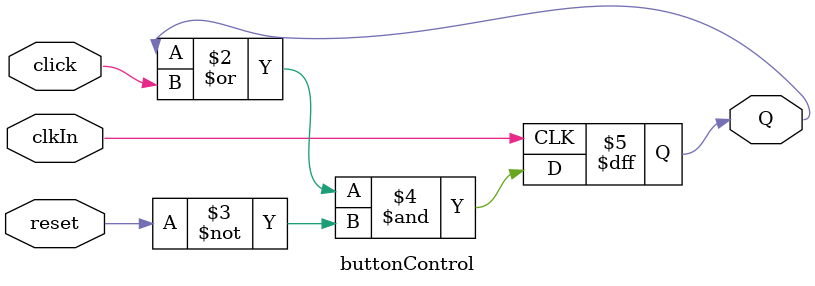
<source format=v>
`timescale 1ns / 1ps


module buttonControl(
    input clkIn,
    input click,
    input reset,
    
    output reg Q
    );
    
    always @ (posedge clkIn) begin
        Q <= (Q | click) & ~reset;
    end
endmodule

</source>
